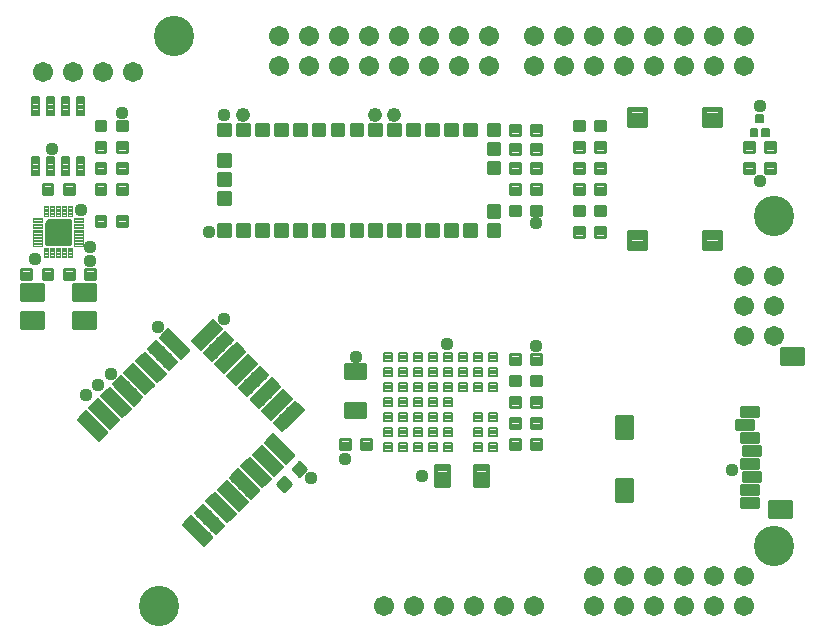
<source format=gts>
G75*
%MOIN*%
%OFA0B0*%
%FSLAX24Y24*%
%IPPOS*%
%LPD*%
%AMOC8*
5,1,8,0,0,1.08239X$1,22.5*
%
%ADD10R,0.0992X0.0035*%
%ADD11R,0.0850X0.0035*%
%ADD12R,0.0744X0.0035*%
%ADD13R,0.1276X0.0035*%
%ADD14R,0.0461X0.0035*%
%ADD15R,0.0425X0.0035*%
%ADD16R,0.0319X0.0035*%
%ADD17R,0.0780X0.0035*%
%ADD18R,0.1028X0.0035*%
%ADD19R,0.0815X0.0035*%
%ADD20R,0.1240X0.0035*%
%ADD21R,0.0496X0.0035*%
%ADD22R,0.0354X0.0035*%
%ADD23R,0.0921X0.0035*%
%ADD24R,0.0886X0.0035*%
%ADD25R,0.1063X0.0035*%
%ADD26R,0.1205X0.0035*%
%ADD27R,0.0531X0.0035*%
%ADD28R,0.1098X0.0035*%
%ADD29R,0.1169X0.0035*%
%ADD30R,0.1134X0.0035*%
%ADD31R,0.0567X0.0035*%
%ADD32R,0.0602X0.0035*%
%ADD33R,0.0638X0.0035*%
%ADD34R,0.0390X0.0035*%
%ADD35R,0.0673X0.0035*%
%ADD36R,0.0709X0.0035*%
%ADD37R,0.1524X0.0035*%
%ADD38R,0.1559X0.0035*%
%ADD39R,0.0957X0.0035*%
%ADD40C,0.0674*%
%ADD41C,0.1340*%
%ADD42C,0.0048*%
%ADD43C,0.0100*%
%ADD44C,0.0118*%
%ADD45C,0.0109*%
%ADD46C,0.0177*%
%ADD47C,0.0099*%
%ADD48C,0.0158*%
%ADD49C,0.0069*%
%ADD50C,0.0083*%
%ADD51C,0.0138*%
%ADD52C,0.0079*%
%ADD53C,0.0437*%
%ADD54C,0.0476*%
D10*
X009022Y012930D03*
X009659Y014312D03*
X022238Y013001D03*
X023585Y013001D03*
D11*
X018695Y014312D03*
X018659Y014276D03*
X018659Y014241D03*
X018624Y014206D03*
X018624Y014170D03*
X018589Y014135D03*
X018589Y014099D03*
X018447Y013780D03*
X018411Y013709D03*
X018411Y013674D03*
X018376Y013639D03*
X018376Y013603D03*
X018341Y013568D03*
X018341Y013532D03*
X018199Y013213D03*
X018163Y013178D03*
X018163Y013143D03*
X018163Y013107D03*
X018128Y013072D03*
X018128Y013036D03*
X018093Y013001D03*
X018093Y012965D03*
X018057Y012930D03*
X017136Y013603D03*
X016215Y014099D03*
X016250Y014170D03*
X016250Y014206D03*
X013026Y014206D03*
X013026Y014170D03*
X012990Y014099D03*
X012990Y014064D03*
X011785Y014170D03*
X011785Y014206D03*
X011750Y014135D03*
X011750Y014099D03*
X011715Y014064D03*
X010829Y014276D03*
X010829Y014312D03*
X010793Y014241D03*
X010793Y014206D03*
X010758Y014170D03*
X010758Y014135D03*
X010722Y014064D03*
X010581Y013745D03*
X010581Y013709D03*
X010545Y013674D03*
X010545Y013639D03*
X010510Y013603D03*
X010510Y013568D03*
X010474Y013532D03*
X010333Y013213D03*
X010333Y013178D03*
X010333Y013143D03*
X010297Y013107D03*
X010297Y013072D03*
X010262Y013036D03*
X010262Y013001D03*
X010226Y012965D03*
X010226Y012930D03*
X011289Y013072D03*
X011325Y013143D03*
X011325Y013178D03*
X011360Y013213D03*
D12*
X011272Y012930D03*
X011874Y014312D03*
X013043Y014312D03*
X013858Y013461D03*
X013823Y013426D03*
X014319Y013674D03*
X014602Y013426D03*
X014638Y013461D03*
X016268Y014312D03*
X017083Y013497D03*
X017047Y013461D03*
X019386Y013532D03*
X019421Y013603D03*
X019492Y013780D03*
X020839Y012930D03*
X022185Y012930D03*
D13*
X024045Y014064D03*
X015648Y012930D03*
X012423Y012930D03*
D14*
X013539Y012930D03*
X014319Y012930D03*
X014319Y012965D03*
X014921Y013639D03*
X014957Y013674D03*
X014992Y013709D03*
X015098Y013851D03*
X015134Y013887D03*
X015169Y013922D03*
X015205Y013957D03*
X015240Y013993D03*
X015346Y014135D03*
X015382Y014170D03*
X015417Y014206D03*
X015453Y014241D03*
X014744Y014312D03*
X014709Y014276D03*
X016764Y012965D03*
X017366Y013639D03*
X017508Y013816D03*
X017543Y013851D03*
X017579Y013887D03*
X017720Y014064D03*
X017756Y014099D03*
X017791Y014135D03*
X017933Y014312D03*
X020307Y014312D03*
X022291Y014028D03*
X023638Y014028D03*
X009535Y013249D03*
D15*
X009907Y013993D03*
X015010Y013745D03*
X015045Y013780D03*
X015081Y013816D03*
X015258Y014028D03*
X015293Y014064D03*
X015329Y014099D03*
X015470Y014276D03*
X015506Y014312D03*
X016746Y012930D03*
X017384Y013674D03*
X017419Y013709D03*
X017455Y013745D03*
X017490Y013780D03*
X017596Y013922D03*
X017632Y013957D03*
X017667Y013993D03*
X017703Y014028D03*
X017809Y014170D03*
X017844Y014206D03*
X017880Y014241D03*
X017915Y014276D03*
X020573Y013284D03*
X021423Y013284D03*
X021919Y013284D03*
X022770Y013284D03*
X023089Y013993D03*
X024435Y013993D03*
D16*
X024382Y013780D03*
X024346Y013709D03*
X024311Y013639D03*
X024240Y013461D03*
X024205Y013391D03*
X023496Y013851D03*
X023461Y013780D03*
X023425Y013709D03*
X023390Y013603D03*
X023354Y013532D03*
X023319Y013461D03*
X022965Y013639D03*
X022929Y013568D03*
X022894Y013497D03*
X023035Y013816D03*
X023071Y013887D03*
X023531Y013922D03*
X022114Y013780D03*
X022079Y013709D03*
X022043Y013639D03*
X022008Y013568D03*
X021972Y013461D03*
X021937Y013391D03*
X021547Y013497D03*
X021512Y013426D03*
X021476Y013355D03*
X021618Y013674D03*
X021654Y013745D03*
X021689Y013816D03*
X020803Y013887D03*
X020768Y013816D03*
X020732Y013745D03*
X020697Y013639D03*
X020661Y013568D03*
X020626Y013497D03*
X020236Y013745D03*
X020272Y013816D03*
X020307Y013887D03*
X020165Y013568D03*
X020130Y013497D03*
X020059Y013320D03*
X020024Y013249D03*
X019988Y013178D03*
X019917Y013001D03*
X019882Y012930D03*
X015913Y013780D03*
X015878Y013745D03*
X015843Y013709D03*
X015807Y013674D03*
X015772Y013639D03*
X015736Y013568D03*
X015701Y013532D03*
X015665Y013497D03*
X015630Y013461D03*
X015594Y013426D03*
X015559Y013391D03*
X015524Y013355D03*
X015524Y013320D03*
X015488Y013284D03*
X015453Y013249D03*
X012689Y013780D03*
X012654Y013745D03*
X012618Y013709D03*
X012583Y013674D03*
X012547Y013603D03*
X012512Y013568D03*
X012476Y013532D03*
X012441Y013497D03*
X012406Y013461D03*
X012370Y013426D03*
X012335Y013391D03*
X012335Y013355D03*
X012299Y013320D03*
X012264Y013284D03*
D17*
X017100Y013532D03*
X019368Y013497D03*
X019404Y013568D03*
X019439Y013639D03*
X019439Y013674D03*
X019474Y013709D03*
X019474Y013745D03*
X021459Y014312D03*
X022805Y014312D03*
X024152Y014312D03*
X023549Y012930D03*
D18*
X024134Y014241D03*
X021406Y014241D03*
X020874Y013001D03*
X009075Y012965D03*
D19*
X010598Y013780D03*
X010740Y014099D03*
X011803Y014241D03*
X011839Y014276D03*
X013043Y014276D03*
X013043Y014241D03*
X011307Y013107D03*
X011272Y013036D03*
X011272Y013001D03*
X011272Y012965D03*
X016268Y014241D03*
X016268Y014276D03*
X017118Y013568D03*
X018429Y013745D03*
X018571Y014064D03*
D20*
X020945Y013213D03*
X020945Y013178D03*
X021335Y014064D03*
X021370Y014135D03*
X022327Y013213D03*
X022291Y013178D03*
X022681Y014064D03*
X022717Y014099D03*
X023673Y013213D03*
X023638Y013143D03*
X024063Y014099D03*
X015665Y012965D03*
X012476Y013001D03*
X012441Y012965D03*
D21*
X013557Y012965D03*
X013593Y013001D03*
X013593Y013036D03*
X014337Y013001D03*
X014372Y013036D03*
X014620Y014135D03*
X014656Y014206D03*
X014691Y014241D03*
X013167Y014028D03*
X016392Y014028D03*
X016781Y013001D03*
X020608Y013249D03*
X021352Y013249D03*
X021955Y013249D03*
X022699Y013249D03*
X023301Y013249D03*
X024081Y013249D03*
X024400Y014028D03*
X023053Y014028D03*
X021707Y014028D03*
X020927Y014028D03*
D22*
X020856Y013957D03*
X020821Y013922D03*
X020785Y013851D03*
X020750Y013780D03*
X020715Y013709D03*
X020715Y013674D03*
X020679Y013603D03*
X020644Y013532D03*
X020608Y013461D03*
X020608Y013426D03*
X020573Y013391D03*
X020573Y013355D03*
X020573Y013320D03*
X020219Y013674D03*
X020219Y013709D03*
X020183Y013639D03*
X020183Y013603D03*
X020148Y013532D03*
X020112Y013461D03*
X020112Y013426D03*
X020077Y013391D03*
X020077Y013355D03*
X020041Y013284D03*
X020006Y013213D03*
X019970Y013143D03*
X019970Y013107D03*
X019935Y013072D03*
X019935Y013036D03*
X019900Y012965D03*
X020254Y013780D03*
X020289Y013851D03*
X020325Y013922D03*
X020325Y013957D03*
X020360Y013993D03*
X020360Y014028D03*
X021565Y013568D03*
X021565Y013532D03*
X021530Y013461D03*
X021494Y013391D03*
X021459Y013320D03*
X021600Y013603D03*
X021600Y013639D03*
X021636Y013709D03*
X021671Y013780D03*
X021707Y013851D03*
X021707Y013887D03*
X021742Y013922D03*
X022096Y013745D03*
X022061Y013674D03*
X022026Y013603D03*
X021990Y013532D03*
X021990Y013497D03*
X021955Y013426D03*
X021919Y013355D03*
X021919Y013320D03*
X022132Y013816D03*
X022132Y013851D03*
X022167Y013887D03*
X022167Y013922D03*
X022203Y013957D03*
X022841Y013391D03*
X022841Y013355D03*
X022805Y013320D03*
X022876Y013426D03*
X022876Y013461D03*
X022911Y013532D03*
X022947Y013603D03*
X022982Y013674D03*
X022982Y013709D03*
X023018Y013745D03*
X023018Y013780D03*
X023053Y013851D03*
X023089Y013922D03*
X023089Y013957D03*
X023443Y013745D03*
X023478Y013816D03*
X023514Y013887D03*
X023549Y013957D03*
X023407Y013674D03*
X023407Y013639D03*
X023372Y013568D03*
X023337Y013497D03*
X023301Y013426D03*
X023301Y013391D03*
X023266Y013355D03*
X024152Y013320D03*
X024187Y013355D03*
X024222Y013426D03*
X024258Y013497D03*
X024258Y013532D03*
X024293Y013568D03*
X024293Y013603D03*
X024329Y013674D03*
X024364Y013745D03*
X024400Y013816D03*
X024400Y013851D03*
X024435Y013887D03*
X024435Y013922D03*
X024435Y013957D03*
X018057Y013461D03*
X018057Y013426D03*
X018022Y013355D03*
X017986Y013284D03*
X016959Y013745D03*
X016959Y013780D03*
X016994Y013851D03*
X016994Y013887D03*
X016994Y013922D03*
X017030Y013957D03*
X017030Y013993D03*
X017030Y014028D03*
X017065Y014064D03*
X017065Y014099D03*
X017065Y014135D03*
X017100Y014170D03*
X017100Y014206D03*
X017100Y014241D03*
X017136Y014312D03*
X016427Y013957D03*
X016427Y013922D03*
X016392Y013887D03*
X016392Y013851D03*
X016392Y013816D03*
X016356Y013780D03*
X016356Y013745D03*
X016356Y013709D03*
X016321Y013674D03*
X016321Y013639D03*
X016321Y013603D03*
X016285Y013532D03*
X016285Y013497D03*
X016250Y013426D03*
X016250Y013391D03*
X016250Y013355D03*
X016215Y013320D03*
X016215Y013284D03*
X015754Y013603D03*
X016923Y013639D03*
X016923Y013674D03*
X013911Y014241D03*
X013911Y014276D03*
X013911Y014312D03*
X013876Y014206D03*
X013876Y014170D03*
X013876Y014135D03*
X013841Y014064D03*
X013841Y014028D03*
X013805Y013957D03*
X013805Y013922D03*
X013770Y013851D03*
X013770Y013816D03*
X013770Y013780D03*
X013734Y013745D03*
X013734Y013709D03*
X013734Y013674D03*
X013699Y013639D03*
X013699Y013603D03*
X013167Y013816D03*
X013167Y013851D03*
X013203Y013922D03*
X013203Y013957D03*
X013132Y013745D03*
X013132Y013709D03*
X013096Y013639D03*
X013096Y013603D03*
X013096Y013568D03*
X013061Y013532D03*
X013061Y013497D03*
X013061Y013461D03*
X013026Y013426D03*
X013026Y013391D03*
X013026Y013355D03*
X012990Y013320D03*
X012990Y013284D03*
X012565Y013639D03*
X012246Y013249D03*
X011325Y013674D03*
X011360Y013745D03*
X011360Y013780D03*
X011289Y013603D03*
X011254Y013532D03*
X011219Y013461D03*
X011219Y013426D03*
X011183Y013355D03*
X011148Y013284D03*
X010226Y013461D03*
X010191Y013391D03*
X010156Y013320D03*
X009695Y013461D03*
X009695Y013497D03*
X009730Y013568D03*
X009766Y013639D03*
X009801Y013709D03*
X009837Y013780D03*
X009837Y013816D03*
X009872Y013887D03*
X009659Y013391D03*
X009057Y013674D03*
X009057Y013709D03*
X009093Y013780D03*
X009022Y013603D03*
X008986Y013532D03*
X008951Y013461D03*
X008915Y013391D03*
X008915Y013355D03*
X008880Y013284D03*
D23*
X020856Y012965D03*
X022203Y012965D03*
X021423Y014276D03*
X024152Y014276D03*
D24*
X023567Y012965D03*
X016232Y014135D03*
X016197Y014064D03*
X013008Y014135D03*
D25*
X009659Y014241D03*
X009659Y014276D03*
X009128Y013036D03*
X009093Y013001D03*
X020892Y013036D03*
X022238Y013036D03*
X022770Y014241D03*
D26*
X022734Y014135D03*
X022274Y013143D03*
X022274Y013107D03*
X020927Y013143D03*
X021352Y014099D03*
X023656Y013178D03*
X024081Y014135D03*
X015719Y013036D03*
X015683Y013001D03*
X014514Y013603D03*
X012494Y013036D03*
D27*
X013610Y013072D03*
X013646Y013107D03*
X014390Y013072D03*
X014602Y014099D03*
X014638Y014170D03*
X016799Y013036D03*
X016835Y013072D03*
D28*
X015807Y013213D03*
X012583Y013213D03*
X009642Y014170D03*
X009642Y014206D03*
X009606Y014135D03*
X009606Y014099D03*
X009217Y013213D03*
X009181Y013178D03*
X009181Y013143D03*
X009146Y013072D03*
X021406Y014206D03*
X022752Y014206D03*
X023602Y013036D03*
X024098Y014206D03*
D29*
X024098Y014170D03*
X023638Y013107D03*
X022752Y014170D03*
X021370Y014170D03*
X020909Y013107D03*
X015772Y013143D03*
X015736Y013107D03*
X015736Y013072D03*
X012547Y013143D03*
X012512Y013072D03*
D30*
X012530Y013107D03*
X012565Y013178D03*
X009589Y014064D03*
X009163Y013107D03*
X015789Y013178D03*
X020892Y013072D03*
X022274Y013072D03*
X023620Y013072D03*
D31*
X020325Y014241D03*
X020325Y014276D03*
X020254Y014064D03*
X016888Y013178D03*
X016852Y013107D03*
X014585Y014064D03*
X014549Y014028D03*
X014443Y013143D03*
X014407Y013107D03*
X013663Y013143D03*
X009837Y014028D03*
D32*
X013681Y013178D03*
X014461Y013178D03*
X014496Y013249D03*
X014461Y013887D03*
X014496Y013957D03*
X014531Y013993D03*
X016870Y013143D03*
X016906Y013213D03*
X020272Y014099D03*
X020272Y014135D03*
X020307Y014170D03*
X020307Y014206D03*
D33*
X016959Y013284D03*
X016923Y013249D03*
X014514Y013284D03*
X014478Y013213D03*
X014443Y013851D03*
X014478Y013922D03*
X013734Y013284D03*
X013734Y013249D03*
X013699Y013213D03*
D34*
X013787Y013887D03*
X013823Y013993D03*
X013858Y014099D03*
X013220Y013993D03*
X013185Y013887D03*
X013150Y013780D03*
X013114Y013674D03*
X012972Y013249D03*
X011343Y013709D03*
X011307Y013639D03*
X011272Y013568D03*
X011236Y013497D03*
X011201Y013391D03*
X011165Y013320D03*
X011130Y013249D03*
X010244Y013497D03*
X010209Y013426D03*
X010173Y013355D03*
X010138Y013284D03*
X010138Y013249D03*
X009677Y013426D03*
X009642Y013355D03*
X009606Y013320D03*
X009606Y013284D03*
X009713Y013532D03*
X009748Y013603D03*
X009783Y013674D03*
X009819Y013745D03*
X009854Y013851D03*
X009890Y013922D03*
X009890Y013957D03*
X009075Y013745D03*
X009039Y013639D03*
X009004Y013568D03*
X008969Y013497D03*
X008933Y013426D03*
X008898Y013320D03*
X008862Y013249D03*
X016197Y013249D03*
X016268Y013461D03*
X016303Y013568D03*
X016409Y013993D03*
X016976Y013816D03*
X016941Y013709D03*
X017118Y014276D03*
X018075Y013497D03*
X018039Y013391D03*
X018004Y013320D03*
X017969Y013249D03*
X020874Y013993D03*
X021724Y013993D03*
X021724Y013957D03*
X022220Y013993D03*
X023283Y013320D03*
X023283Y013284D03*
X023567Y013993D03*
X024134Y013284D03*
D35*
X016976Y013320D03*
X014567Y013355D03*
X014531Y013320D03*
X014390Y013780D03*
X014425Y013816D03*
X013787Y013355D03*
X013752Y013320D03*
D36*
X013805Y013391D03*
X014301Y013639D03*
X014337Y013709D03*
X014372Y013745D03*
X014585Y013391D03*
X016994Y013355D03*
X017030Y013391D03*
X017030Y013426D03*
D37*
X014248Y013497D03*
D38*
X014266Y013532D03*
X014301Y013568D03*
D39*
X022787Y014276D03*
D40*
X025500Y014300D03*
X025500Y013300D03*
X025500Y012300D03*
X026500Y012300D03*
X026500Y013300D03*
X026500Y014300D03*
X025500Y021300D03*
X024500Y021300D03*
X023500Y021300D03*
X023500Y022300D03*
X024500Y022300D03*
X025500Y022300D03*
X022500Y022300D03*
X021500Y022300D03*
X020500Y022300D03*
X020500Y021300D03*
X021500Y021300D03*
X022500Y021300D03*
X019500Y021300D03*
X018500Y021300D03*
X018500Y022300D03*
X019500Y022300D03*
X017000Y022300D03*
X017000Y021300D03*
X016000Y021300D03*
X015000Y021300D03*
X014000Y021300D03*
X014000Y022300D03*
X015000Y022300D03*
X016000Y022300D03*
X013000Y022300D03*
X012000Y022300D03*
X011000Y022300D03*
X011000Y021300D03*
X012000Y021300D03*
X013000Y021300D03*
X010000Y021300D03*
X010000Y022300D03*
X005118Y021080D03*
X004118Y021080D03*
X003118Y021080D03*
X002118Y021080D03*
X020500Y004300D03*
X021500Y004300D03*
X022500Y004300D03*
X022500Y003300D03*
X021500Y003300D03*
X020500Y003300D03*
X018500Y003300D03*
X017500Y003300D03*
X016500Y003300D03*
X015500Y003300D03*
X014500Y003300D03*
X013500Y003300D03*
X023500Y003300D03*
X024500Y003300D03*
X025500Y003300D03*
X025500Y004300D03*
X024500Y004300D03*
X023500Y004300D03*
D41*
X006000Y003300D03*
X026500Y005300D03*
X026500Y016300D03*
X006500Y022300D03*
D42*
X003091Y016300D02*
X002949Y016300D01*
X002949Y016608D01*
X003091Y016608D01*
X003091Y016300D01*
X003091Y016347D02*
X002949Y016347D01*
X002949Y016394D02*
X003091Y016394D01*
X003091Y016441D02*
X002949Y016441D01*
X002949Y016488D02*
X003091Y016488D01*
X003091Y016535D02*
X002949Y016535D01*
X002949Y016582D02*
X003091Y016582D01*
X002894Y016300D02*
X002752Y016300D01*
X002752Y016608D01*
X002894Y016608D01*
X002894Y016300D01*
X002894Y016347D02*
X002752Y016347D01*
X002752Y016394D02*
X002894Y016394D01*
X002894Y016441D02*
X002752Y016441D01*
X002752Y016488D02*
X002894Y016488D01*
X002894Y016535D02*
X002752Y016535D01*
X002752Y016582D02*
X002894Y016582D01*
X002697Y016300D02*
X002555Y016300D01*
X002555Y016608D01*
X002697Y016608D01*
X002697Y016300D01*
X002697Y016347D02*
X002555Y016347D01*
X002555Y016394D02*
X002697Y016394D01*
X002697Y016441D02*
X002555Y016441D01*
X002555Y016488D02*
X002697Y016488D01*
X002697Y016535D02*
X002555Y016535D01*
X002555Y016582D02*
X002697Y016582D01*
X002500Y016300D02*
X002358Y016300D01*
X002358Y016608D01*
X002500Y016608D01*
X002500Y016300D01*
X002500Y016347D02*
X002358Y016347D01*
X002358Y016394D02*
X002500Y016394D01*
X002500Y016441D02*
X002358Y016441D01*
X002358Y016488D02*
X002500Y016488D01*
X002500Y016535D02*
X002358Y016535D01*
X002358Y016582D02*
X002500Y016582D01*
X002303Y016300D02*
X002161Y016300D01*
X002161Y016608D01*
X002303Y016608D01*
X002303Y016300D01*
X002303Y016347D02*
X002161Y016347D01*
X002161Y016394D02*
X002303Y016394D01*
X002303Y016441D02*
X002161Y016441D01*
X002161Y016488D02*
X002303Y016488D01*
X002303Y016535D02*
X002161Y016535D01*
X002161Y016582D02*
X002303Y016582D01*
X002091Y016229D02*
X002091Y016087D01*
X001783Y016087D01*
X001783Y016229D01*
X002091Y016229D01*
X002091Y016134D02*
X001783Y016134D01*
X001783Y016181D02*
X002091Y016181D01*
X002091Y016228D02*
X001783Y016228D01*
X002091Y016032D02*
X002091Y015890D01*
X001783Y015890D01*
X001783Y016032D01*
X002091Y016032D01*
X002091Y015937D02*
X001783Y015937D01*
X001783Y015984D02*
X002091Y015984D01*
X002091Y016031D02*
X001783Y016031D01*
X002091Y015836D02*
X002091Y015694D01*
X001783Y015694D01*
X001783Y015836D01*
X002091Y015836D01*
X002091Y015741D02*
X001783Y015741D01*
X001783Y015788D02*
X002091Y015788D01*
X002091Y015835D02*
X001783Y015835D01*
X002091Y015639D02*
X002091Y015497D01*
X001783Y015497D01*
X001783Y015639D01*
X002091Y015639D01*
X002091Y015544D02*
X001783Y015544D01*
X001783Y015591D02*
X002091Y015591D01*
X002091Y015638D02*
X001783Y015638D01*
X002091Y015442D02*
X002091Y015300D01*
X001783Y015300D01*
X001783Y015442D01*
X002091Y015442D01*
X002091Y015347D02*
X001783Y015347D01*
X001783Y015394D02*
X002091Y015394D01*
X002091Y015441D02*
X001783Y015441D01*
X002161Y015230D02*
X002303Y015230D01*
X002303Y014922D01*
X002161Y014922D01*
X002161Y015230D01*
X002161Y014969D02*
X002303Y014969D01*
X002303Y015016D02*
X002161Y015016D01*
X002161Y015063D02*
X002303Y015063D01*
X002303Y015110D02*
X002161Y015110D01*
X002161Y015157D02*
X002303Y015157D01*
X002303Y015204D02*
X002161Y015204D01*
X002358Y015230D02*
X002500Y015230D01*
X002500Y014922D01*
X002358Y014922D01*
X002358Y015230D01*
X002358Y014969D02*
X002500Y014969D01*
X002500Y015016D02*
X002358Y015016D01*
X002358Y015063D02*
X002500Y015063D01*
X002500Y015110D02*
X002358Y015110D01*
X002358Y015157D02*
X002500Y015157D01*
X002500Y015204D02*
X002358Y015204D01*
X002555Y015230D02*
X002697Y015230D01*
X002697Y014922D01*
X002555Y014922D01*
X002555Y015230D01*
X002555Y014969D02*
X002697Y014969D01*
X002697Y015016D02*
X002555Y015016D01*
X002555Y015063D02*
X002697Y015063D01*
X002697Y015110D02*
X002555Y015110D01*
X002555Y015157D02*
X002697Y015157D01*
X002697Y015204D02*
X002555Y015204D01*
X002752Y015230D02*
X002894Y015230D01*
X002894Y014922D01*
X002752Y014922D01*
X002752Y015230D01*
X002752Y014969D02*
X002894Y014969D01*
X002894Y015016D02*
X002752Y015016D01*
X002752Y015063D02*
X002894Y015063D01*
X002894Y015110D02*
X002752Y015110D01*
X002752Y015157D02*
X002894Y015157D01*
X002894Y015204D02*
X002752Y015204D01*
X002949Y015230D02*
X003091Y015230D01*
X003091Y014922D01*
X002949Y014922D01*
X002949Y015230D01*
X002949Y014969D02*
X003091Y014969D01*
X003091Y015016D02*
X002949Y015016D01*
X002949Y015063D02*
X003091Y015063D01*
X003091Y015110D02*
X002949Y015110D01*
X002949Y015157D02*
X003091Y015157D01*
X003091Y015204D02*
X002949Y015204D01*
X003161Y015300D02*
X003161Y015442D01*
X003469Y015442D01*
X003469Y015300D01*
X003161Y015300D01*
X003161Y015347D02*
X003469Y015347D01*
X003469Y015394D02*
X003161Y015394D01*
X003161Y015441D02*
X003469Y015441D01*
X003161Y015497D02*
X003161Y015639D01*
X003469Y015639D01*
X003469Y015497D01*
X003161Y015497D01*
X003161Y015544D02*
X003469Y015544D01*
X003469Y015591D02*
X003161Y015591D01*
X003161Y015638D02*
X003469Y015638D01*
X003161Y015694D02*
X003161Y015836D01*
X003469Y015836D01*
X003469Y015694D01*
X003161Y015694D01*
X003161Y015741D02*
X003469Y015741D01*
X003469Y015788D02*
X003161Y015788D01*
X003161Y015835D02*
X003469Y015835D01*
X003161Y015890D02*
X003161Y016032D01*
X003469Y016032D01*
X003469Y015890D01*
X003161Y015890D01*
X003161Y015937D02*
X003469Y015937D01*
X003469Y015984D02*
X003161Y015984D01*
X003161Y016031D02*
X003469Y016031D01*
X003161Y016087D02*
X003161Y016229D01*
X003469Y016229D01*
X003469Y016087D01*
X003161Y016087D01*
X003161Y016134D02*
X003469Y016134D01*
X003469Y016181D02*
X003161Y016181D01*
X003161Y016228D02*
X003469Y016228D01*
D43*
X003020Y016158D02*
X003020Y015371D01*
X002232Y015371D01*
X002232Y016060D01*
X002331Y016158D01*
X003020Y016158D01*
X003020Y016090D02*
X002262Y016090D01*
X002232Y015992D02*
X003020Y015992D01*
X003020Y015893D02*
X002232Y015893D01*
X002232Y015795D02*
X003020Y015795D01*
X003020Y015696D02*
X002232Y015696D01*
X002232Y015598D02*
X003020Y015598D01*
X003020Y015499D02*
X002232Y015499D01*
X002232Y015401D02*
X003020Y015401D01*
D44*
X006042Y012231D02*
X006294Y012483D01*
X006962Y011815D01*
X006710Y011563D01*
X006042Y012231D01*
X006593Y011680D02*
X006827Y011680D01*
X006944Y011797D02*
X006476Y011797D01*
X006359Y011914D02*
X006863Y011914D01*
X006746Y012031D02*
X006242Y012031D01*
X006125Y012148D02*
X006629Y012148D01*
X006512Y012265D02*
X006076Y012265D01*
X006193Y012382D02*
X006395Y012382D01*
X005904Y012093D02*
X005652Y011841D01*
X005904Y012093D02*
X006572Y011425D01*
X006320Y011173D01*
X005652Y011841D01*
X006203Y011290D02*
X006437Y011290D01*
X006554Y011407D02*
X006086Y011407D01*
X005969Y011524D02*
X006473Y011524D01*
X006356Y011641D02*
X005852Y011641D01*
X005735Y011758D02*
X006239Y011758D01*
X006122Y011875D02*
X005686Y011875D01*
X005803Y011992D02*
X006005Y011992D01*
X005515Y011703D02*
X005263Y011451D01*
X005515Y011703D02*
X006183Y011035D01*
X005931Y010783D01*
X005263Y011451D01*
X005814Y010900D02*
X006048Y010900D01*
X006165Y011017D02*
X005697Y011017D01*
X005580Y011134D02*
X006084Y011134D01*
X005967Y011251D02*
X005463Y011251D01*
X005346Y011368D02*
X005850Y011368D01*
X005733Y011485D02*
X005297Y011485D01*
X005414Y011602D02*
X005616Y011602D01*
X005125Y011314D02*
X004873Y011062D01*
X005125Y011314D02*
X005793Y010646D01*
X005541Y010394D01*
X004873Y011062D01*
X005424Y010511D02*
X005658Y010511D01*
X005775Y010628D02*
X005307Y010628D01*
X005190Y010745D02*
X005694Y010745D01*
X005577Y010862D02*
X005073Y010862D01*
X004956Y010979D02*
X005460Y010979D01*
X005343Y011096D02*
X004907Y011096D01*
X005024Y011213D02*
X005226Y011213D01*
X004735Y010924D02*
X004483Y010672D01*
X004735Y010924D02*
X005403Y010256D01*
X005151Y010004D01*
X004483Y010672D01*
X005034Y010121D02*
X005268Y010121D01*
X005385Y010238D02*
X004917Y010238D01*
X004800Y010355D02*
X005304Y010355D01*
X005187Y010472D02*
X004683Y010472D01*
X004566Y010589D02*
X005070Y010589D01*
X004953Y010706D02*
X004517Y010706D01*
X004634Y010823D02*
X004836Y010823D01*
X004345Y010534D02*
X004093Y010282D01*
X004345Y010534D02*
X005013Y009866D01*
X004761Y009614D01*
X004093Y010282D01*
X004644Y009731D02*
X004878Y009731D01*
X004995Y009848D02*
X004527Y009848D01*
X004410Y009965D02*
X004914Y009965D01*
X004797Y010082D02*
X004293Y010082D01*
X004176Y010199D02*
X004680Y010199D01*
X004563Y010316D02*
X004127Y010316D01*
X004244Y010433D02*
X004446Y010433D01*
X003956Y010144D02*
X003704Y009892D01*
X003956Y010144D02*
X004624Y009476D01*
X004372Y009224D01*
X003704Y009892D01*
X004255Y009341D02*
X004489Y009341D01*
X004606Y009458D02*
X004138Y009458D01*
X004021Y009575D02*
X004525Y009575D01*
X004408Y009692D02*
X003904Y009692D01*
X003787Y009809D02*
X004291Y009809D01*
X004174Y009926D02*
X003738Y009926D01*
X003855Y010043D02*
X004057Y010043D01*
X003566Y009755D02*
X003314Y009503D01*
X003566Y009755D02*
X004234Y009087D01*
X003982Y008835D01*
X003314Y009503D01*
X003865Y008952D02*
X004099Y008952D01*
X004216Y009069D02*
X003748Y009069D01*
X003631Y009186D02*
X004135Y009186D01*
X004018Y009303D02*
X003514Y009303D01*
X003397Y009420D02*
X003901Y009420D01*
X003784Y009537D02*
X003348Y009537D01*
X003465Y009654D02*
X003667Y009654D01*
X007128Y012121D02*
X007380Y011869D01*
X007128Y012121D02*
X007796Y012789D01*
X008048Y012537D01*
X007380Y011869D01*
X007497Y011986D02*
X007263Y011986D01*
X007146Y012103D02*
X007614Y012103D01*
X007731Y012220D02*
X007227Y012220D01*
X007344Y012337D02*
X007848Y012337D01*
X007965Y012454D02*
X007461Y012454D01*
X007578Y012571D02*
X008014Y012571D01*
X007897Y012688D02*
X007695Y012688D01*
X007517Y011731D02*
X007769Y011479D01*
X007517Y011731D02*
X008185Y012399D01*
X008437Y012147D01*
X007769Y011479D01*
X007886Y011596D02*
X007652Y011596D01*
X007535Y011713D02*
X008003Y011713D01*
X008120Y011830D02*
X007616Y011830D01*
X007733Y011947D02*
X008237Y011947D01*
X008354Y012064D02*
X007850Y012064D01*
X007967Y012181D02*
X008403Y012181D01*
X008286Y012298D02*
X008084Y012298D01*
X007907Y011342D02*
X008159Y011090D01*
X007907Y011342D02*
X008575Y012010D01*
X008827Y011758D01*
X008159Y011090D01*
X008276Y011207D02*
X008042Y011207D01*
X007925Y011324D02*
X008393Y011324D01*
X008510Y011441D02*
X008006Y011441D01*
X008123Y011558D02*
X008627Y011558D01*
X008744Y011675D02*
X008240Y011675D01*
X008357Y011792D02*
X008793Y011792D01*
X008676Y011909D02*
X008474Y011909D01*
X008297Y010952D02*
X008549Y010700D01*
X008297Y010952D02*
X008965Y011620D01*
X009217Y011368D01*
X008549Y010700D01*
X008666Y010817D02*
X008432Y010817D01*
X008315Y010934D02*
X008783Y010934D01*
X008900Y011051D02*
X008396Y011051D01*
X008513Y011168D02*
X009017Y011168D01*
X009134Y011285D02*
X008630Y011285D01*
X008747Y011402D02*
X009183Y011402D01*
X009066Y011519D02*
X008864Y011519D01*
X008687Y010562D02*
X008939Y010310D01*
X008687Y010562D02*
X009355Y011230D01*
X009607Y010978D01*
X008939Y010310D01*
X009056Y010427D02*
X008822Y010427D01*
X008705Y010544D02*
X009173Y010544D01*
X009290Y010661D02*
X008786Y010661D01*
X008903Y010778D02*
X009407Y010778D01*
X009524Y010895D02*
X009020Y010895D01*
X009137Y011012D02*
X009573Y011012D01*
X009456Y011129D02*
X009254Y011129D01*
X009076Y010172D02*
X009328Y009920D01*
X009076Y010172D02*
X009744Y010840D01*
X009996Y010588D01*
X009328Y009920D01*
X009445Y010037D02*
X009211Y010037D01*
X009094Y010154D02*
X009562Y010154D01*
X009679Y010271D02*
X009175Y010271D01*
X009292Y010388D02*
X009796Y010388D01*
X009913Y010505D02*
X009409Y010505D01*
X009526Y010622D02*
X009962Y010622D01*
X009845Y010739D02*
X009643Y010739D01*
X009466Y009783D02*
X009718Y009531D01*
X009466Y009783D02*
X010134Y010451D01*
X010386Y010199D01*
X009718Y009531D01*
X009835Y009648D02*
X009601Y009648D01*
X009484Y009765D02*
X009952Y009765D01*
X010069Y009882D02*
X009565Y009882D01*
X009682Y009999D02*
X010186Y009999D01*
X010303Y010116D02*
X009799Y010116D01*
X009916Y010233D02*
X010352Y010233D01*
X010235Y010350D02*
X010033Y010350D01*
X009856Y009393D02*
X010108Y009141D01*
X009856Y009393D02*
X010524Y010061D01*
X010776Y009809D01*
X010108Y009141D01*
X010225Y009258D02*
X009991Y009258D01*
X009874Y009375D02*
X010342Y009375D01*
X010459Y009492D02*
X009955Y009492D01*
X010072Y009609D02*
X010576Y009609D01*
X010693Y009726D02*
X010189Y009726D01*
X010306Y009843D02*
X010742Y009843D01*
X010625Y009960D02*
X010423Y009960D01*
X009802Y008975D02*
X009550Y008723D01*
X009802Y008975D02*
X010470Y008307D01*
X010218Y008055D01*
X009550Y008723D01*
X010101Y008172D02*
X010335Y008172D01*
X010452Y008289D02*
X009984Y008289D01*
X009867Y008406D02*
X010371Y008406D01*
X010254Y008523D02*
X009750Y008523D01*
X009633Y008640D02*
X010137Y008640D01*
X010020Y008757D02*
X009584Y008757D01*
X009701Y008874D02*
X009903Y008874D01*
X009412Y008585D02*
X009160Y008333D01*
X009412Y008585D02*
X010080Y007917D01*
X009828Y007665D01*
X009160Y008333D01*
X009711Y007782D02*
X009945Y007782D01*
X010062Y007899D02*
X009594Y007899D01*
X009477Y008016D02*
X009981Y008016D01*
X009864Y008133D02*
X009360Y008133D01*
X009243Y008250D02*
X009747Y008250D01*
X009630Y008367D02*
X009194Y008367D01*
X009311Y008484D02*
X009513Y008484D01*
X009022Y008196D02*
X008770Y007944D01*
X009022Y008196D02*
X009690Y007528D01*
X009438Y007276D01*
X008770Y007944D01*
X009321Y007393D02*
X009555Y007393D01*
X009672Y007510D02*
X009204Y007510D01*
X009087Y007627D02*
X009591Y007627D01*
X009474Y007744D02*
X008970Y007744D01*
X008853Y007861D02*
X009357Y007861D01*
X009240Y007978D02*
X008804Y007978D01*
X008921Y008095D02*
X009123Y008095D01*
X008632Y007806D02*
X008380Y007554D01*
X008632Y007806D02*
X009300Y007138D01*
X009048Y006886D01*
X008380Y007554D01*
X008931Y007003D02*
X009165Y007003D01*
X009282Y007120D02*
X008814Y007120D01*
X008697Y007237D02*
X009201Y007237D01*
X009084Y007354D02*
X008580Y007354D01*
X008463Y007471D02*
X008967Y007471D01*
X008850Y007588D02*
X008414Y007588D01*
X008531Y007705D02*
X008733Y007705D01*
X008243Y007416D02*
X007991Y007164D01*
X008243Y007416D02*
X008911Y006748D01*
X008659Y006496D01*
X007991Y007164D01*
X008542Y006613D02*
X008776Y006613D01*
X008893Y006730D02*
X008425Y006730D01*
X008308Y006847D02*
X008812Y006847D01*
X008695Y006964D02*
X008191Y006964D01*
X008074Y007081D02*
X008578Y007081D01*
X008461Y007198D02*
X008025Y007198D01*
X008142Y007315D02*
X008344Y007315D01*
X007853Y007026D02*
X007601Y006774D01*
X007853Y007026D02*
X008521Y006358D01*
X008269Y006106D01*
X007601Y006774D01*
X008152Y006223D02*
X008386Y006223D01*
X008503Y006340D02*
X008035Y006340D01*
X007918Y006457D02*
X008422Y006457D01*
X008305Y006574D02*
X007801Y006574D01*
X007684Y006691D02*
X008188Y006691D01*
X008071Y006808D02*
X007635Y006808D01*
X007752Y006925D02*
X007954Y006925D01*
X007463Y006637D02*
X007211Y006385D01*
X007463Y006637D02*
X008131Y005969D01*
X007879Y005717D01*
X007211Y006385D01*
X007762Y005834D02*
X007996Y005834D01*
X008113Y005951D02*
X007645Y005951D01*
X007528Y006068D02*
X008032Y006068D01*
X007915Y006185D02*
X007411Y006185D01*
X007294Y006302D02*
X007798Y006302D01*
X007681Y006419D02*
X007245Y006419D01*
X007362Y006536D02*
X007564Y006536D01*
X007073Y006247D02*
X006821Y005995D01*
X007073Y006247D02*
X007741Y005579D01*
X007489Y005327D01*
X006821Y005995D01*
X007372Y005444D02*
X007606Y005444D01*
X007723Y005561D02*
X007255Y005561D01*
X007138Y005678D02*
X007642Y005678D01*
X007525Y005795D02*
X007021Y005795D01*
X006904Y005912D02*
X007408Y005912D01*
X007291Y006029D02*
X006855Y006029D01*
X006972Y006146D02*
X007174Y006146D01*
X007999Y015626D02*
X008355Y015626D01*
X007999Y015626D02*
X007999Y015982D01*
X008355Y015982D01*
X008355Y015626D01*
X008355Y015743D02*
X007999Y015743D01*
X007999Y015860D02*
X008355Y015860D01*
X008355Y015977D02*
X007999Y015977D01*
X008629Y015626D02*
X008985Y015626D01*
X008629Y015626D02*
X008629Y015982D01*
X008985Y015982D01*
X008985Y015626D01*
X008985Y015743D02*
X008629Y015743D01*
X008629Y015860D02*
X008985Y015860D01*
X008985Y015977D02*
X008629Y015977D01*
X009259Y015626D02*
X009615Y015626D01*
X009259Y015626D02*
X009259Y015982D01*
X009615Y015982D01*
X009615Y015626D01*
X009615Y015743D02*
X009259Y015743D01*
X009259Y015860D02*
X009615Y015860D01*
X009615Y015977D02*
X009259Y015977D01*
X009889Y015626D02*
X010245Y015626D01*
X009889Y015626D02*
X009889Y015982D01*
X010245Y015982D01*
X010245Y015626D01*
X010245Y015743D02*
X009889Y015743D01*
X009889Y015860D02*
X010245Y015860D01*
X010245Y015977D02*
X009889Y015977D01*
X010519Y015626D02*
X010875Y015626D01*
X010519Y015626D02*
X010519Y015982D01*
X010875Y015982D01*
X010875Y015626D01*
X010875Y015743D02*
X010519Y015743D01*
X010519Y015860D02*
X010875Y015860D01*
X010875Y015977D02*
X010519Y015977D01*
X011149Y015626D02*
X011505Y015626D01*
X011149Y015626D02*
X011149Y015982D01*
X011505Y015982D01*
X011505Y015626D01*
X011505Y015743D02*
X011149Y015743D01*
X011149Y015860D02*
X011505Y015860D01*
X011505Y015977D02*
X011149Y015977D01*
X011779Y015626D02*
X012135Y015626D01*
X011779Y015626D02*
X011779Y015982D01*
X012135Y015982D01*
X012135Y015626D01*
X012135Y015743D02*
X011779Y015743D01*
X011779Y015860D02*
X012135Y015860D01*
X012135Y015977D02*
X011779Y015977D01*
X012409Y015626D02*
X012765Y015626D01*
X012409Y015626D02*
X012409Y015982D01*
X012765Y015982D01*
X012765Y015626D01*
X012765Y015743D02*
X012409Y015743D01*
X012409Y015860D02*
X012765Y015860D01*
X012765Y015977D02*
X012409Y015977D01*
X013039Y015626D02*
X013395Y015626D01*
X013039Y015626D02*
X013039Y015982D01*
X013395Y015982D01*
X013395Y015626D01*
X013395Y015743D02*
X013039Y015743D01*
X013039Y015860D02*
X013395Y015860D01*
X013395Y015977D02*
X013039Y015977D01*
X013668Y015626D02*
X014024Y015626D01*
X013668Y015626D02*
X013668Y015982D01*
X014024Y015982D01*
X014024Y015626D01*
X014024Y015743D02*
X013668Y015743D01*
X013668Y015860D02*
X014024Y015860D01*
X014024Y015977D02*
X013668Y015977D01*
X014298Y015626D02*
X014654Y015626D01*
X014298Y015626D02*
X014298Y015982D01*
X014654Y015982D01*
X014654Y015626D01*
X014654Y015743D02*
X014298Y015743D01*
X014298Y015860D02*
X014654Y015860D01*
X014654Y015977D02*
X014298Y015977D01*
X014928Y015626D02*
X015284Y015626D01*
X014928Y015626D02*
X014928Y015982D01*
X015284Y015982D01*
X015284Y015626D01*
X015284Y015743D02*
X014928Y015743D01*
X014928Y015860D02*
X015284Y015860D01*
X015284Y015977D02*
X014928Y015977D01*
X015558Y015626D02*
X015914Y015626D01*
X015558Y015626D02*
X015558Y015982D01*
X015914Y015982D01*
X015914Y015626D01*
X015914Y015743D02*
X015558Y015743D01*
X015558Y015860D02*
X015914Y015860D01*
X015914Y015977D02*
X015558Y015977D01*
X016188Y015626D02*
X016544Y015626D01*
X016188Y015626D02*
X016188Y015982D01*
X016544Y015982D01*
X016544Y015626D01*
X016544Y015743D02*
X016188Y015743D01*
X016188Y015860D02*
X016544Y015860D01*
X016544Y015977D02*
X016188Y015977D01*
X016976Y015626D02*
X017332Y015626D01*
X016976Y015626D02*
X016976Y015982D01*
X017332Y015982D01*
X017332Y015626D01*
X017332Y015743D02*
X016976Y015743D01*
X016976Y015860D02*
X017332Y015860D01*
X017332Y015977D02*
X016976Y015977D01*
X016976Y016256D02*
X017332Y016256D01*
X016976Y016256D02*
X016976Y016612D01*
X017332Y016612D01*
X017332Y016256D01*
X017332Y016373D02*
X016976Y016373D01*
X016976Y016490D02*
X017332Y016490D01*
X017332Y016607D02*
X016976Y016607D01*
X016976Y017713D02*
X017332Y017713D01*
X016976Y017713D02*
X016976Y018069D01*
X017332Y018069D01*
X017332Y017713D01*
X017332Y017830D02*
X016976Y017830D01*
X016976Y017947D02*
X017332Y017947D01*
X017332Y018064D02*
X016976Y018064D01*
X016976Y018342D02*
X017332Y018342D01*
X016976Y018342D02*
X016976Y018698D01*
X017332Y018698D01*
X017332Y018342D01*
X017332Y018459D02*
X016976Y018459D01*
X016976Y018576D02*
X017332Y018576D01*
X017332Y018693D02*
X016976Y018693D01*
X016976Y018972D02*
X017332Y018972D01*
X016976Y018972D02*
X016976Y019328D01*
X017332Y019328D01*
X017332Y018972D01*
X017332Y019089D02*
X016976Y019089D01*
X016976Y019206D02*
X017332Y019206D01*
X017332Y019323D02*
X016976Y019323D01*
X016544Y018972D02*
X016188Y018972D01*
X016188Y019328D01*
X016544Y019328D01*
X016544Y018972D01*
X016544Y019089D02*
X016188Y019089D01*
X016188Y019206D02*
X016544Y019206D01*
X016544Y019323D02*
X016188Y019323D01*
X015914Y018972D02*
X015558Y018972D01*
X015558Y019328D01*
X015914Y019328D01*
X015914Y018972D01*
X015914Y019089D02*
X015558Y019089D01*
X015558Y019206D02*
X015914Y019206D01*
X015914Y019323D02*
X015558Y019323D01*
X015284Y018972D02*
X014928Y018972D01*
X014928Y019328D01*
X015284Y019328D01*
X015284Y018972D01*
X015284Y019089D02*
X014928Y019089D01*
X014928Y019206D02*
X015284Y019206D01*
X015284Y019323D02*
X014928Y019323D01*
X014654Y018972D02*
X014298Y018972D01*
X014298Y019328D01*
X014654Y019328D01*
X014654Y018972D01*
X014654Y019089D02*
X014298Y019089D01*
X014298Y019206D02*
X014654Y019206D01*
X014654Y019323D02*
X014298Y019323D01*
X014024Y018972D02*
X013668Y018972D01*
X013668Y019328D01*
X014024Y019328D01*
X014024Y018972D01*
X014024Y019089D02*
X013668Y019089D01*
X013668Y019206D02*
X014024Y019206D01*
X014024Y019323D02*
X013668Y019323D01*
X013395Y018972D02*
X013039Y018972D01*
X013039Y019328D01*
X013395Y019328D01*
X013395Y018972D01*
X013395Y019089D02*
X013039Y019089D01*
X013039Y019206D02*
X013395Y019206D01*
X013395Y019323D02*
X013039Y019323D01*
X012765Y018972D02*
X012409Y018972D01*
X012409Y019328D01*
X012765Y019328D01*
X012765Y018972D01*
X012765Y019089D02*
X012409Y019089D01*
X012409Y019206D02*
X012765Y019206D01*
X012765Y019323D02*
X012409Y019323D01*
X012135Y018972D02*
X011779Y018972D01*
X011779Y019328D01*
X012135Y019328D01*
X012135Y018972D01*
X012135Y019089D02*
X011779Y019089D01*
X011779Y019206D02*
X012135Y019206D01*
X012135Y019323D02*
X011779Y019323D01*
X011505Y018972D02*
X011149Y018972D01*
X011149Y019328D01*
X011505Y019328D01*
X011505Y018972D01*
X011505Y019089D02*
X011149Y019089D01*
X011149Y019206D02*
X011505Y019206D01*
X011505Y019323D02*
X011149Y019323D01*
X010875Y018972D02*
X010519Y018972D01*
X010519Y019328D01*
X010875Y019328D01*
X010875Y018972D01*
X010875Y019089D02*
X010519Y019089D01*
X010519Y019206D02*
X010875Y019206D01*
X010875Y019323D02*
X010519Y019323D01*
X010245Y018972D02*
X009889Y018972D01*
X009889Y019328D01*
X010245Y019328D01*
X010245Y018972D01*
X010245Y019089D02*
X009889Y019089D01*
X009889Y019206D02*
X010245Y019206D01*
X010245Y019323D02*
X009889Y019323D01*
X009615Y018972D02*
X009259Y018972D01*
X009259Y019328D01*
X009615Y019328D01*
X009615Y018972D01*
X009615Y019089D02*
X009259Y019089D01*
X009259Y019206D02*
X009615Y019206D01*
X009615Y019323D02*
X009259Y019323D01*
X008985Y018972D02*
X008629Y018972D01*
X008629Y019328D01*
X008985Y019328D01*
X008985Y018972D01*
X008985Y019089D02*
X008629Y019089D01*
X008629Y019206D02*
X008985Y019206D01*
X008985Y019323D02*
X008629Y019323D01*
X008355Y018972D02*
X007999Y018972D01*
X007999Y019328D01*
X008355Y019328D01*
X008355Y018972D01*
X008355Y019089D02*
X007999Y019089D01*
X007999Y019206D02*
X008355Y019206D01*
X008355Y019323D02*
X007999Y019323D01*
X007999Y017949D02*
X008355Y017949D01*
X007999Y017949D02*
X007999Y018305D01*
X008355Y018305D01*
X008355Y017949D01*
X008355Y018066D02*
X007999Y018066D01*
X007999Y018183D02*
X008355Y018183D01*
X008355Y018300D02*
X007999Y018300D01*
X007999Y017319D02*
X008355Y017319D01*
X007999Y017319D02*
X007999Y017675D01*
X008355Y017675D01*
X008355Y017319D01*
X008355Y017436D02*
X007999Y017436D01*
X007999Y017553D02*
X008355Y017553D01*
X008355Y017670D02*
X007999Y017670D01*
X007999Y016689D02*
X008355Y016689D01*
X007999Y016689D02*
X007999Y017045D01*
X008355Y017045D01*
X008355Y016689D01*
X008355Y016806D02*
X007999Y016806D01*
X007999Y016923D02*
X008355Y016923D01*
X008355Y017040D02*
X007999Y017040D01*
D45*
X004589Y017019D02*
X004589Y017345D01*
X004915Y017345D01*
X004915Y017019D01*
X004589Y017019D01*
X004589Y017127D02*
X004915Y017127D01*
X004915Y017235D02*
X004589Y017235D01*
X004589Y017343D02*
X004915Y017343D01*
X004589Y017728D02*
X004589Y018054D01*
X004915Y018054D01*
X004915Y017728D01*
X004589Y017728D01*
X004589Y017836D02*
X004915Y017836D01*
X004915Y017944D02*
X004589Y017944D01*
X004589Y018052D02*
X004915Y018052D01*
X004589Y018436D02*
X004589Y018762D01*
X004915Y018762D01*
X004915Y018436D01*
X004589Y018436D01*
X004589Y018544D02*
X004915Y018544D01*
X004915Y018652D02*
X004589Y018652D01*
X004589Y018760D02*
X004915Y018760D01*
X004589Y019145D02*
X004589Y019471D01*
X004915Y019471D01*
X004915Y019145D01*
X004589Y019145D01*
X004589Y019253D02*
X004915Y019253D01*
X004915Y019361D02*
X004589Y019361D01*
X004589Y019469D02*
X004915Y019469D01*
X004206Y019145D02*
X003880Y019145D01*
X003880Y019471D01*
X004206Y019471D01*
X004206Y019145D01*
X004206Y019253D02*
X003880Y019253D01*
X003880Y019361D02*
X004206Y019361D01*
X004206Y019469D02*
X003880Y019469D01*
X003880Y018436D02*
X004206Y018436D01*
X003880Y018436D02*
X003880Y018762D01*
X004206Y018762D01*
X004206Y018436D01*
X004206Y018544D02*
X003880Y018544D01*
X003880Y018652D02*
X004206Y018652D01*
X004206Y018760D02*
X003880Y018760D01*
X003880Y017728D02*
X004206Y017728D01*
X003880Y017728D02*
X003880Y018054D01*
X004206Y018054D01*
X004206Y017728D01*
X004206Y017836D02*
X003880Y017836D01*
X003880Y017944D02*
X004206Y017944D01*
X004206Y018052D02*
X003880Y018052D01*
X003880Y017019D02*
X004206Y017019D01*
X003880Y017019D02*
X003880Y017345D01*
X004206Y017345D01*
X004206Y017019D01*
X004206Y017127D02*
X003880Y017127D01*
X003880Y017235D02*
X004206Y017235D01*
X004206Y017343D02*
X003880Y017343D01*
X002817Y017345D02*
X002817Y017019D01*
X002817Y017345D02*
X003143Y017345D01*
X003143Y017019D01*
X002817Y017019D01*
X002817Y017127D02*
X003143Y017127D01*
X003143Y017235D02*
X002817Y017235D01*
X002817Y017343D02*
X003143Y017343D01*
X002435Y017019D02*
X002109Y017019D01*
X002109Y017345D01*
X002435Y017345D01*
X002435Y017019D01*
X002435Y017127D02*
X002109Y017127D01*
X002109Y017235D02*
X002435Y017235D01*
X002435Y017343D02*
X002109Y017343D01*
X004206Y016282D02*
X004206Y015956D01*
X003880Y015956D01*
X003880Y016282D01*
X004206Y016282D01*
X004206Y016064D02*
X003880Y016064D01*
X003880Y016172D02*
X004206Y016172D01*
X004206Y016280D02*
X003880Y016280D01*
X004589Y016282D02*
X004915Y016282D01*
X004915Y015956D01*
X004589Y015956D01*
X004589Y016282D01*
X004589Y016064D02*
X004915Y016064D01*
X004915Y016172D02*
X004589Y016172D01*
X004589Y016280D02*
X004915Y016280D01*
X003852Y014510D02*
X003526Y014510D01*
X003852Y014510D02*
X003852Y014184D01*
X003526Y014184D01*
X003526Y014510D01*
X003526Y014292D02*
X003852Y014292D01*
X003852Y014400D02*
X003526Y014400D01*
X003526Y014508D02*
X003852Y014508D01*
X003143Y014510D02*
X003143Y014184D01*
X002817Y014184D01*
X002817Y014510D01*
X003143Y014510D01*
X003143Y014292D02*
X002817Y014292D01*
X002817Y014400D02*
X003143Y014400D01*
X003143Y014508D02*
X002817Y014508D01*
X002109Y014510D02*
X002109Y014184D01*
X002109Y014510D02*
X002435Y014510D01*
X002435Y014184D01*
X002109Y014184D01*
X002109Y014292D02*
X002435Y014292D01*
X002435Y014400D02*
X002109Y014400D01*
X002109Y014508D02*
X002435Y014508D01*
X001726Y014184D02*
X001400Y014184D01*
X001400Y014510D01*
X001726Y014510D01*
X001726Y014184D01*
X001726Y014292D02*
X001400Y014292D01*
X001400Y014400D02*
X001726Y014400D01*
X001726Y014508D02*
X001400Y014508D01*
X010171Y007134D02*
X010401Y007364D01*
X010171Y007134D02*
X009941Y007364D01*
X010171Y007594D01*
X010401Y007364D01*
X010279Y007242D02*
X010063Y007242D01*
X009955Y007350D02*
X010387Y007350D01*
X010307Y007458D02*
X010035Y007458D01*
X010143Y007566D02*
X010199Y007566D01*
X010442Y007866D02*
X010672Y007636D01*
X010442Y007866D02*
X010672Y008096D01*
X010902Y007866D01*
X010672Y007636D01*
X010780Y007744D02*
X010564Y007744D01*
X010456Y007852D02*
X010888Y007852D01*
X010808Y007960D02*
X010536Y007960D01*
X010644Y008068D02*
X010700Y008068D01*
X012356Y008515D02*
X012356Y008841D01*
X012356Y008515D02*
X012030Y008515D01*
X012030Y008841D01*
X012356Y008841D01*
X012356Y008623D02*
X012030Y008623D01*
X012030Y008731D02*
X012356Y008731D01*
X012356Y008839D02*
X012030Y008839D01*
X012739Y008841D02*
X013065Y008841D01*
X013065Y008515D01*
X012739Y008515D01*
X012739Y008841D01*
X012739Y008623D02*
X013065Y008623D01*
X013065Y008731D02*
X012739Y008731D01*
X012739Y008839D02*
X013065Y008839D01*
X017699Y008515D02*
X018025Y008515D01*
X017699Y008515D02*
X017699Y008841D01*
X018025Y008841D01*
X018025Y008515D01*
X018025Y008623D02*
X017699Y008623D01*
X017699Y008731D02*
X018025Y008731D01*
X018025Y008839D02*
X017699Y008839D01*
X018025Y009224D02*
X018025Y009550D01*
X018025Y009224D02*
X017699Y009224D01*
X017699Y009550D01*
X018025Y009550D01*
X018025Y009332D02*
X017699Y009332D01*
X017699Y009440D02*
X018025Y009440D01*
X018025Y009548D02*
X017699Y009548D01*
X017699Y009932D02*
X018025Y009932D01*
X017699Y009932D02*
X017699Y010258D01*
X018025Y010258D01*
X018025Y009932D01*
X018025Y010040D02*
X017699Y010040D01*
X017699Y010148D02*
X018025Y010148D01*
X018025Y010256D02*
X017699Y010256D01*
X017699Y010641D02*
X018025Y010641D01*
X017699Y010641D02*
X017699Y010967D01*
X018025Y010967D01*
X018025Y010641D01*
X018025Y010749D02*
X017699Y010749D01*
X017699Y010857D02*
X018025Y010857D01*
X018025Y010965D02*
X017699Y010965D01*
X017699Y011350D02*
X018025Y011350D01*
X017699Y011350D02*
X017699Y011676D01*
X018025Y011676D01*
X018025Y011350D01*
X018025Y011458D02*
X017699Y011458D01*
X017699Y011566D02*
X018025Y011566D01*
X018025Y011674D02*
X017699Y011674D01*
X018408Y011676D02*
X018408Y011350D01*
X018408Y011676D02*
X018734Y011676D01*
X018734Y011350D01*
X018408Y011350D01*
X018408Y011458D02*
X018734Y011458D01*
X018734Y011566D02*
X018408Y011566D01*
X018408Y011674D02*
X018734Y011674D01*
X018408Y010967D02*
X018408Y010641D01*
X018408Y010967D02*
X018734Y010967D01*
X018734Y010641D01*
X018408Y010641D01*
X018408Y010749D02*
X018734Y010749D01*
X018734Y010857D02*
X018408Y010857D01*
X018408Y010965D02*
X018734Y010965D01*
X018408Y010258D02*
X018408Y009932D01*
X018408Y010258D02*
X018734Y010258D01*
X018734Y009932D01*
X018408Y009932D01*
X018408Y010040D02*
X018734Y010040D01*
X018734Y010148D02*
X018408Y010148D01*
X018408Y010256D02*
X018734Y010256D01*
X018734Y009550D02*
X018408Y009550D01*
X018734Y009550D02*
X018734Y009224D01*
X018408Y009224D01*
X018408Y009550D01*
X018408Y009332D02*
X018734Y009332D01*
X018734Y009440D02*
X018408Y009440D01*
X018408Y009548D02*
X018734Y009548D01*
X018408Y008841D02*
X018408Y008515D01*
X018408Y008841D02*
X018734Y008841D01*
X018734Y008515D01*
X018408Y008515D01*
X018408Y008623D02*
X018734Y008623D01*
X018734Y008731D02*
X018408Y008731D01*
X018408Y008839D02*
X018734Y008839D01*
X019825Y015602D02*
X020151Y015602D01*
X019825Y015602D02*
X019825Y015928D01*
X020151Y015928D01*
X020151Y015602D01*
X020151Y015710D02*
X019825Y015710D01*
X019825Y015818D02*
X020151Y015818D01*
X020151Y015926D02*
X019825Y015926D01*
X020151Y016310D02*
X020151Y016636D01*
X020151Y016310D02*
X019825Y016310D01*
X019825Y016636D01*
X020151Y016636D01*
X020151Y016418D02*
X019825Y016418D01*
X019825Y016526D02*
X020151Y016526D01*
X020151Y016634D02*
X019825Y016634D01*
X019825Y017019D02*
X020151Y017019D01*
X019825Y017019D02*
X019825Y017345D01*
X020151Y017345D01*
X020151Y017019D01*
X020151Y017127D02*
X019825Y017127D01*
X019825Y017235D02*
X020151Y017235D01*
X020151Y017343D02*
X019825Y017343D01*
X020151Y017728D02*
X020151Y018054D01*
X020151Y017728D02*
X019825Y017728D01*
X019825Y018054D01*
X020151Y018054D01*
X020151Y017836D02*
X019825Y017836D01*
X019825Y017944D02*
X020151Y017944D01*
X020151Y018052D02*
X019825Y018052D01*
X019825Y018436D02*
X020151Y018436D01*
X019825Y018436D02*
X019825Y018762D01*
X020151Y018762D01*
X020151Y018436D01*
X020151Y018544D02*
X019825Y018544D01*
X019825Y018652D02*
X020151Y018652D01*
X020151Y018760D02*
X019825Y018760D01*
X020151Y019145D02*
X020151Y019471D01*
X020151Y019145D02*
X019825Y019145D01*
X019825Y019471D01*
X020151Y019471D01*
X020151Y019253D02*
X019825Y019253D01*
X019825Y019361D02*
X020151Y019361D01*
X020151Y019469D02*
X019825Y019469D01*
X020534Y019471D02*
X020860Y019471D01*
X020860Y019145D01*
X020534Y019145D01*
X020534Y019471D01*
X020534Y019253D02*
X020860Y019253D01*
X020860Y019361D02*
X020534Y019361D01*
X020534Y019469D02*
X020860Y019469D01*
X020534Y018762D02*
X020534Y018436D01*
X020534Y018762D02*
X020860Y018762D01*
X020860Y018436D01*
X020534Y018436D01*
X020534Y018544D02*
X020860Y018544D01*
X020860Y018652D02*
X020534Y018652D01*
X020534Y018760D02*
X020860Y018760D01*
X020860Y018054D02*
X020534Y018054D01*
X020860Y018054D02*
X020860Y017728D01*
X020534Y017728D01*
X020534Y018054D01*
X020534Y017836D02*
X020860Y017836D01*
X020860Y017944D02*
X020534Y017944D01*
X020534Y018052D02*
X020860Y018052D01*
X020534Y017345D02*
X020534Y017019D01*
X020534Y017345D02*
X020860Y017345D01*
X020860Y017019D01*
X020534Y017019D01*
X020534Y017127D02*
X020860Y017127D01*
X020860Y017235D02*
X020534Y017235D01*
X020534Y017343D02*
X020860Y017343D01*
X020860Y016636D02*
X020534Y016636D01*
X020860Y016636D02*
X020860Y016310D01*
X020534Y016310D01*
X020534Y016636D01*
X020534Y016418D02*
X020860Y016418D01*
X020860Y016526D02*
X020534Y016526D01*
X020534Y016634D02*
X020860Y016634D01*
X020534Y015928D02*
X020534Y015602D01*
X020534Y015928D02*
X020860Y015928D01*
X020860Y015602D01*
X020534Y015602D01*
X020534Y015710D02*
X020860Y015710D01*
X020860Y015818D02*
X020534Y015818D01*
X020534Y015926D02*
X020860Y015926D01*
X018408Y016310D02*
X018408Y016636D01*
X018734Y016636D01*
X018734Y016310D01*
X018408Y016310D01*
X018408Y016418D02*
X018734Y016418D01*
X018734Y016526D02*
X018408Y016526D01*
X018408Y016634D02*
X018734Y016634D01*
X018408Y017019D02*
X018408Y017345D01*
X018734Y017345D01*
X018734Y017019D01*
X018408Y017019D01*
X018408Y017127D02*
X018734Y017127D01*
X018734Y017235D02*
X018408Y017235D01*
X018408Y017343D02*
X018734Y017343D01*
X018734Y018054D02*
X018408Y018054D01*
X018734Y018054D02*
X018734Y017728D01*
X018408Y017728D01*
X018408Y018054D01*
X018408Y017836D02*
X018734Y017836D01*
X018734Y017944D02*
X018408Y017944D01*
X018408Y018052D02*
X018734Y018052D01*
X018408Y018365D02*
X018408Y018691D01*
X018734Y018691D01*
X018734Y018365D01*
X018408Y018365D01*
X018408Y018473D02*
X018734Y018473D01*
X018734Y018581D02*
X018408Y018581D01*
X018408Y018689D02*
X018734Y018689D01*
X018734Y019329D02*
X018408Y019329D01*
X018734Y019329D02*
X018734Y019003D01*
X018408Y019003D01*
X018408Y019329D01*
X018408Y019111D02*
X018734Y019111D01*
X018734Y019219D02*
X018408Y019219D01*
X018408Y019327D02*
X018734Y019327D01*
X018025Y019329D02*
X018025Y019003D01*
X017699Y019003D01*
X017699Y019329D01*
X018025Y019329D01*
X018025Y019111D02*
X017699Y019111D01*
X017699Y019219D02*
X018025Y019219D01*
X018025Y019327D02*
X017699Y019327D01*
X017699Y018365D02*
X018025Y018365D01*
X017699Y018365D02*
X017699Y018691D01*
X018025Y018691D01*
X018025Y018365D01*
X018025Y018473D02*
X017699Y018473D01*
X017699Y018581D02*
X018025Y018581D01*
X018025Y018689D02*
X017699Y018689D01*
X018025Y018054D02*
X018025Y017728D01*
X017699Y017728D01*
X017699Y018054D01*
X018025Y018054D01*
X018025Y017836D02*
X017699Y017836D01*
X017699Y017944D02*
X018025Y017944D01*
X018025Y018052D02*
X017699Y018052D01*
X017699Y017019D02*
X018025Y017019D01*
X017699Y017019D02*
X017699Y017345D01*
X018025Y017345D01*
X018025Y017019D01*
X018025Y017127D02*
X017699Y017127D01*
X017699Y017235D02*
X018025Y017235D01*
X018025Y017343D02*
X017699Y017343D01*
X017699Y016310D02*
X018025Y016310D01*
X017699Y016310D02*
X017699Y016636D01*
X018025Y016636D01*
X018025Y016310D01*
X018025Y016418D02*
X017699Y016418D01*
X017699Y016526D02*
X018025Y016526D01*
X018025Y016634D02*
X017699Y016634D01*
X025820Y017728D02*
X025820Y018054D01*
X025820Y017728D02*
X025494Y017728D01*
X025494Y018054D01*
X025820Y018054D01*
X025820Y017836D02*
X025494Y017836D01*
X025494Y017944D02*
X025820Y017944D01*
X025820Y018052D02*
X025494Y018052D01*
X025820Y018436D02*
X025820Y018762D01*
X025820Y018436D02*
X025494Y018436D01*
X025494Y018762D01*
X025820Y018762D01*
X025820Y018544D02*
X025494Y018544D01*
X025494Y018652D02*
X025820Y018652D01*
X025820Y018760D02*
X025494Y018760D01*
X026203Y018762D02*
X026529Y018762D01*
X026529Y018436D01*
X026203Y018436D01*
X026203Y018762D01*
X026203Y018544D02*
X026529Y018544D01*
X026529Y018652D02*
X026203Y018652D01*
X026203Y018760D02*
X026529Y018760D01*
X026529Y018054D02*
X026203Y018054D01*
X026529Y018054D02*
X026529Y017728D01*
X026203Y017728D01*
X026203Y018054D01*
X026203Y017836D02*
X026529Y017836D01*
X026529Y017944D02*
X026203Y017944D01*
X026203Y018052D02*
X026529Y018052D01*
D46*
X024704Y019316D02*
X024170Y019316D01*
X024170Y019850D01*
X024704Y019850D01*
X024704Y019316D01*
X024704Y019492D02*
X024170Y019492D01*
X024170Y019668D02*
X024704Y019668D01*
X024704Y019844D02*
X024170Y019844D01*
X022184Y019316D02*
X021650Y019316D01*
X021650Y019850D01*
X022184Y019850D01*
X022184Y019316D01*
X022184Y019492D02*
X021650Y019492D01*
X021650Y019668D02*
X022184Y019668D01*
X022184Y019844D02*
X021650Y019844D01*
X021650Y015222D02*
X022184Y015222D01*
X021650Y015222D02*
X021650Y015756D01*
X022184Y015756D01*
X022184Y015222D01*
X022184Y015398D02*
X021650Y015398D01*
X021650Y015574D02*
X022184Y015574D01*
X022184Y015750D02*
X021650Y015750D01*
X024170Y015222D02*
X024704Y015222D01*
X024170Y015222D02*
X024170Y015756D01*
X024704Y015756D01*
X024704Y015222D01*
X024704Y015398D02*
X024170Y015398D01*
X024170Y015574D02*
X024704Y015574D01*
X024704Y015750D02*
X024170Y015750D01*
D47*
X025379Y009632D02*
X025951Y009632D01*
X025379Y009632D02*
X025379Y009928D01*
X025951Y009928D01*
X025951Y009632D01*
X025951Y009730D02*
X025379Y009730D01*
X025379Y009828D02*
X025951Y009828D01*
X025951Y009926D02*
X025379Y009926D01*
X025222Y009199D02*
X025794Y009199D01*
X025222Y009199D02*
X025222Y009495D01*
X025794Y009495D01*
X025794Y009199D01*
X025794Y009297D02*
X025222Y009297D01*
X025222Y009395D02*
X025794Y009395D01*
X025794Y009493D02*
X025222Y009493D01*
X025379Y008766D02*
X025951Y008766D01*
X025379Y008766D02*
X025379Y009062D01*
X025951Y009062D01*
X025951Y008766D01*
X025951Y008864D02*
X025379Y008864D01*
X025379Y008962D02*
X025951Y008962D01*
X025951Y009060D02*
X025379Y009060D01*
X025458Y008333D02*
X026030Y008333D01*
X025458Y008333D02*
X025458Y008629D01*
X026030Y008629D01*
X026030Y008333D01*
X026030Y008431D02*
X025458Y008431D01*
X025458Y008529D02*
X026030Y008529D01*
X026030Y008627D02*
X025458Y008627D01*
X025379Y007900D02*
X025951Y007900D01*
X025379Y007900D02*
X025379Y008196D01*
X025951Y008196D01*
X025951Y007900D01*
X025951Y007998D02*
X025379Y007998D01*
X025379Y008096D02*
X025951Y008096D01*
X025951Y008194D02*
X025379Y008194D01*
X025458Y007467D02*
X026030Y007467D01*
X025458Y007467D02*
X025458Y007763D01*
X026030Y007763D01*
X026030Y007467D01*
X026030Y007565D02*
X025458Y007565D01*
X025458Y007663D02*
X026030Y007663D01*
X026030Y007761D02*
X025458Y007761D01*
X025379Y007034D02*
X025951Y007034D01*
X025379Y007034D02*
X025379Y007330D01*
X025951Y007330D01*
X025951Y007034D01*
X025951Y007132D02*
X025379Y007132D01*
X025379Y007230D02*
X025951Y007230D01*
X025951Y007328D02*
X025379Y007328D01*
X025379Y006601D02*
X025951Y006601D01*
X025379Y006601D02*
X025379Y006897D01*
X025951Y006897D01*
X025951Y006601D01*
X025951Y006699D02*
X025379Y006699D01*
X025379Y006797D02*
X025951Y006797D01*
X025951Y006895D02*
X025379Y006895D01*
D48*
X026354Y006277D02*
X027024Y006277D01*
X026354Y006277D02*
X026354Y006749D01*
X027024Y006749D01*
X027024Y006277D01*
X027024Y006434D02*
X026354Y006434D01*
X026354Y006591D02*
X027024Y006591D01*
X027024Y006748D02*
X026354Y006748D01*
X021256Y006808D02*
X021256Y007478D01*
X021728Y007478D01*
X021728Y006808D01*
X021256Y006808D01*
X021256Y006965D02*
X021728Y006965D01*
X021728Y007122D02*
X021256Y007122D01*
X021256Y007279D02*
X021728Y007279D01*
X021728Y007436D02*
X021256Y007436D01*
X021256Y008920D02*
X021256Y009590D01*
X021728Y009590D01*
X021728Y008920D01*
X021256Y008920D01*
X021256Y009077D02*
X021728Y009077D01*
X021728Y009234D02*
X021256Y009234D01*
X021256Y009391D02*
X021728Y009391D01*
X021728Y009548D02*
X021256Y009548D01*
X026748Y011395D02*
X027418Y011395D01*
X026748Y011395D02*
X026748Y011867D01*
X027418Y011867D01*
X027418Y011395D01*
X027418Y011552D02*
X026748Y011552D01*
X026748Y011709D02*
X027418Y011709D01*
X027418Y011866D02*
X026748Y011866D01*
X003157Y012576D02*
X003157Y013048D01*
X003827Y013048D01*
X003827Y012576D01*
X003157Y012576D01*
X003157Y012733D02*
X003827Y012733D01*
X003827Y012890D02*
X003157Y012890D01*
X003157Y013047D02*
X003827Y013047D01*
X003157Y013521D02*
X003157Y013993D01*
X003827Y013993D01*
X003827Y013521D01*
X003157Y013521D01*
X003157Y013678D02*
X003827Y013678D01*
X003827Y013835D02*
X003157Y013835D01*
X003157Y013992D02*
X003827Y013992D01*
X001425Y013993D02*
X001425Y013521D01*
X001425Y013993D02*
X002095Y013993D01*
X002095Y013521D01*
X001425Y013521D01*
X001425Y013678D02*
X002095Y013678D01*
X002095Y013835D02*
X001425Y013835D01*
X001425Y013992D02*
X002095Y013992D01*
X001425Y013048D02*
X001425Y012576D01*
X001425Y013048D02*
X002095Y013048D01*
X002095Y012576D01*
X001425Y012576D01*
X001425Y012733D02*
X002095Y012733D01*
X002095Y012890D02*
X001425Y012890D01*
X001425Y013047D02*
X002095Y013047D01*
D49*
X025711Y018948D02*
X025919Y018948D01*
X025711Y018948D02*
X025711Y019196D01*
X025919Y019196D01*
X025919Y018948D01*
X025919Y019016D02*
X025711Y019016D01*
X025711Y019084D02*
X025919Y019084D01*
X025919Y019152D02*
X025711Y019152D01*
X025908Y019420D02*
X026116Y019420D01*
X025908Y019420D02*
X025908Y019668D01*
X026116Y019668D01*
X026116Y019420D01*
X026116Y019488D02*
X025908Y019488D01*
X025908Y019556D02*
X026116Y019556D01*
X026116Y019624D02*
X025908Y019624D01*
X026105Y018948D02*
X026313Y018948D01*
X026105Y018948D02*
X026105Y019196D01*
X026313Y019196D01*
X026313Y018948D01*
X026313Y019016D02*
X026105Y019016D01*
X026105Y019084D02*
X026313Y019084D01*
X026313Y019152D02*
X026105Y019152D01*
D50*
X017256Y011471D02*
X017008Y011471D01*
X017008Y011719D01*
X017256Y011719D01*
X017256Y011471D01*
X017256Y011553D02*
X017008Y011553D01*
X017008Y011635D02*
X017256Y011635D01*
X017256Y011717D02*
X017008Y011717D01*
X016756Y011471D02*
X016508Y011471D01*
X016508Y011719D01*
X016756Y011719D01*
X016756Y011471D01*
X016756Y011553D02*
X016508Y011553D01*
X016508Y011635D02*
X016756Y011635D01*
X016756Y011717D02*
X016508Y011717D01*
X016256Y011471D02*
X016008Y011471D01*
X016008Y011719D01*
X016256Y011719D01*
X016256Y011471D01*
X016256Y011553D02*
X016008Y011553D01*
X016008Y011635D02*
X016256Y011635D01*
X016256Y011717D02*
X016008Y011717D01*
X015756Y011471D02*
X015508Y011471D01*
X015508Y011719D01*
X015756Y011719D01*
X015756Y011471D01*
X015756Y011553D02*
X015508Y011553D01*
X015508Y011635D02*
X015756Y011635D01*
X015756Y011717D02*
X015508Y011717D01*
X015256Y011471D02*
X015008Y011471D01*
X015008Y011719D01*
X015256Y011719D01*
X015256Y011471D01*
X015256Y011553D02*
X015008Y011553D01*
X015008Y011635D02*
X015256Y011635D01*
X015256Y011717D02*
X015008Y011717D01*
X014756Y011471D02*
X014508Y011471D01*
X014508Y011719D01*
X014756Y011719D01*
X014756Y011471D01*
X014756Y011553D02*
X014508Y011553D01*
X014508Y011635D02*
X014756Y011635D01*
X014756Y011717D02*
X014508Y011717D01*
X014256Y011471D02*
X014008Y011471D01*
X014008Y011719D01*
X014256Y011719D01*
X014256Y011471D01*
X014256Y011553D02*
X014008Y011553D01*
X014008Y011635D02*
X014256Y011635D01*
X014256Y011717D02*
X014008Y011717D01*
X013756Y011471D02*
X013508Y011471D01*
X013508Y011719D01*
X013756Y011719D01*
X013756Y011471D01*
X013756Y011553D02*
X013508Y011553D01*
X013508Y011635D02*
X013756Y011635D01*
X013756Y011717D02*
X013508Y011717D01*
X013508Y010971D02*
X013756Y010971D01*
X013508Y010971D02*
X013508Y011219D01*
X013756Y011219D01*
X013756Y010971D01*
X013756Y011053D02*
X013508Y011053D01*
X013508Y011135D02*
X013756Y011135D01*
X013756Y011217D02*
X013508Y011217D01*
X013508Y010471D02*
X013756Y010471D01*
X013508Y010471D02*
X013508Y010719D01*
X013756Y010719D01*
X013756Y010471D01*
X013756Y010553D02*
X013508Y010553D01*
X013508Y010635D02*
X013756Y010635D01*
X013756Y010717D02*
X013508Y010717D01*
X013508Y009971D02*
X013756Y009971D01*
X013508Y009971D02*
X013508Y010219D01*
X013756Y010219D01*
X013756Y009971D01*
X013756Y010053D02*
X013508Y010053D01*
X013508Y010135D02*
X013756Y010135D01*
X013756Y010217D02*
X013508Y010217D01*
X013508Y009471D02*
X013756Y009471D01*
X013508Y009471D02*
X013508Y009719D01*
X013756Y009719D01*
X013756Y009471D01*
X013756Y009553D02*
X013508Y009553D01*
X013508Y009635D02*
X013756Y009635D01*
X013756Y009717D02*
X013508Y009717D01*
X013508Y008971D02*
X013756Y008971D01*
X013508Y008971D02*
X013508Y009219D01*
X013756Y009219D01*
X013756Y008971D01*
X013756Y009053D02*
X013508Y009053D01*
X013508Y009135D02*
X013756Y009135D01*
X013756Y009217D02*
X013508Y009217D01*
X013508Y008471D02*
X013756Y008471D01*
X013508Y008471D02*
X013508Y008719D01*
X013756Y008719D01*
X013756Y008471D01*
X013756Y008553D02*
X013508Y008553D01*
X013508Y008635D02*
X013756Y008635D01*
X013756Y008717D02*
X013508Y008717D01*
X014008Y008471D02*
X014256Y008471D01*
X014008Y008471D02*
X014008Y008719D01*
X014256Y008719D01*
X014256Y008471D01*
X014256Y008553D02*
X014008Y008553D01*
X014008Y008635D02*
X014256Y008635D01*
X014256Y008717D02*
X014008Y008717D01*
X014008Y008971D02*
X014256Y008971D01*
X014008Y008971D02*
X014008Y009219D01*
X014256Y009219D01*
X014256Y008971D01*
X014256Y009053D02*
X014008Y009053D01*
X014008Y009135D02*
X014256Y009135D01*
X014256Y009217D02*
X014008Y009217D01*
X014008Y009471D02*
X014256Y009471D01*
X014008Y009471D02*
X014008Y009719D01*
X014256Y009719D01*
X014256Y009471D01*
X014256Y009553D02*
X014008Y009553D01*
X014008Y009635D02*
X014256Y009635D01*
X014256Y009717D02*
X014008Y009717D01*
X014008Y009971D02*
X014256Y009971D01*
X014008Y009971D02*
X014008Y010219D01*
X014256Y010219D01*
X014256Y009971D01*
X014256Y010053D02*
X014008Y010053D01*
X014008Y010135D02*
X014256Y010135D01*
X014256Y010217D02*
X014008Y010217D01*
X014008Y010471D02*
X014256Y010471D01*
X014008Y010471D02*
X014008Y010719D01*
X014256Y010719D01*
X014256Y010471D01*
X014256Y010553D02*
X014008Y010553D01*
X014008Y010635D02*
X014256Y010635D01*
X014256Y010717D02*
X014008Y010717D01*
X014008Y010971D02*
X014256Y010971D01*
X014008Y010971D02*
X014008Y011219D01*
X014256Y011219D01*
X014256Y010971D01*
X014256Y011053D02*
X014008Y011053D01*
X014008Y011135D02*
X014256Y011135D01*
X014256Y011217D02*
X014008Y011217D01*
X014508Y010971D02*
X014756Y010971D01*
X014508Y010971D02*
X014508Y011219D01*
X014756Y011219D01*
X014756Y010971D01*
X014756Y011053D02*
X014508Y011053D01*
X014508Y011135D02*
X014756Y011135D01*
X014756Y011217D02*
X014508Y011217D01*
X014508Y010471D02*
X014756Y010471D01*
X014508Y010471D02*
X014508Y010719D01*
X014756Y010719D01*
X014756Y010471D01*
X014756Y010553D02*
X014508Y010553D01*
X014508Y010635D02*
X014756Y010635D01*
X014756Y010717D02*
X014508Y010717D01*
X014508Y009971D02*
X014756Y009971D01*
X014508Y009971D02*
X014508Y010219D01*
X014756Y010219D01*
X014756Y009971D01*
X014756Y010053D02*
X014508Y010053D01*
X014508Y010135D02*
X014756Y010135D01*
X014756Y010217D02*
X014508Y010217D01*
X014508Y009471D02*
X014756Y009471D01*
X014508Y009471D02*
X014508Y009719D01*
X014756Y009719D01*
X014756Y009471D01*
X014756Y009553D02*
X014508Y009553D01*
X014508Y009635D02*
X014756Y009635D01*
X014756Y009717D02*
X014508Y009717D01*
X014508Y008971D02*
X014756Y008971D01*
X014508Y008971D02*
X014508Y009219D01*
X014756Y009219D01*
X014756Y008971D01*
X014756Y009053D02*
X014508Y009053D01*
X014508Y009135D02*
X014756Y009135D01*
X014756Y009217D02*
X014508Y009217D01*
X014508Y008471D02*
X014756Y008471D01*
X014508Y008471D02*
X014508Y008719D01*
X014756Y008719D01*
X014756Y008471D01*
X014756Y008553D02*
X014508Y008553D01*
X014508Y008635D02*
X014756Y008635D01*
X014756Y008717D02*
X014508Y008717D01*
X015008Y008471D02*
X015256Y008471D01*
X015008Y008471D02*
X015008Y008719D01*
X015256Y008719D01*
X015256Y008471D01*
X015256Y008553D02*
X015008Y008553D01*
X015008Y008635D02*
X015256Y008635D01*
X015256Y008717D02*
X015008Y008717D01*
X015008Y008971D02*
X015256Y008971D01*
X015008Y008971D02*
X015008Y009219D01*
X015256Y009219D01*
X015256Y008971D01*
X015256Y009053D02*
X015008Y009053D01*
X015008Y009135D02*
X015256Y009135D01*
X015256Y009217D02*
X015008Y009217D01*
X015008Y009471D02*
X015256Y009471D01*
X015008Y009471D02*
X015008Y009719D01*
X015256Y009719D01*
X015256Y009471D01*
X015256Y009553D02*
X015008Y009553D01*
X015008Y009635D02*
X015256Y009635D01*
X015256Y009717D02*
X015008Y009717D01*
X015008Y009971D02*
X015256Y009971D01*
X015008Y009971D02*
X015008Y010219D01*
X015256Y010219D01*
X015256Y009971D01*
X015256Y010053D02*
X015008Y010053D01*
X015008Y010135D02*
X015256Y010135D01*
X015256Y010217D02*
X015008Y010217D01*
X015008Y010471D02*
X015256Y010471D01*
X015008Y010471D02*
X015008Y010719D01*
X015256Y010719D01*
X015256Y010471D01*
X015256Y010553D02*
X015008Y010553D01*
X015008Y010635D02*
X015256Y010635D01*
X015256Y010717D02*
X015008Y010717D01*
X015008Y010971D02*
X015256Y010971D01*
X015008Y010971D02*
X015008Y011219D01*
X015256Y011219D01*
X015256Y010971D01*
X015256Y011053D02*
X015008Y011053D01*
X015008Y011135D02*
X015256Y011135D01*
X015256Y011217D02*
X015008Y011217D01*
X015508Y010971D02*
X015756Y010971D01*
X015508Y010971D02*
X015508Y011219D01*
X015756Y011219D01*
X015756Y010971D01*
X015756Y011053D02*
X015508Y011053D01*
X015508Y011135D02*
X015756Y011135D01*
X015756Y011217D02*
X015508Y011217D01*
X015508Y010471D02*
X015756Y010471D01*
X015508Y010471D02*
X015508Y010719D01*
X015756Y010719D01*
X015756Y010471D01*
X015756Y010553D02*
X015508Y010553D01*
X015508Y010635D02*
X015756Y010635D01*
X015756Y010717D02*
X015508Y010717D01*
X015508Y009971D02*
X015756Y009971D01*
X015508Y009971D02*
X015508Y010219D01*
X015756Y010219D01*
X015756Y009971D01*
X015756Y010053D02*
X015508Y010053D01*
X015508Y010135D02*
X015756Y010135D01*
X015756Y010217D02*
X015508Y010217D01*
X015508Y009471D02*
X015756Y009471D01*
X015508Y009471D02*
X015508Y009719D01*
X015756Y009719D01*
X015756Y009471D01*
X015756Y009553D02*
X015508Y009553D01*
X015508Y009635D02*
X015756Y009635D01*
X015756Y009717D02*
X015508Y009717D01*
X015508Y008971D02*
X015756Y008971D01*
X015508Y008971D02*
X015508Y009219D01*
X015756Y009219D01*
X015756Y008971D01*
X015756Y009053D02*
X015508Y009053D01*
X015508Y009135D02*
X015756Y009135D01*
X015756Y009217D02*
X015508Y009217D01*
X015508Y008471D02*
X015756Y008471D01*
X015508Y008471D02*
X015508Y008719D01*
X015756Y008719D01*
X015756Y008471D01*
X015756Y008553D02*
X015508Y008553D01*
X015508Y008635D02*
X015756Y008635D01*
X015756Y008717D02*
X015508Y008717D01*
X016508Y008471D02*
X016756Y008471D01*
X016508Y008471D02*
X016508Y008719D01*
X016756Y008719D01*
X016756Y008471D01*
X016756Y008553D02*
X016508Y008553D01*
X016508Y008635D02*
X016756Y008635D01*
X016756Y008717D02*
X016508Y008717D01*
X016508Y008971D02*
X016756Y008971D01*
X016508Y008971D02*
X016508Y009219D01*
X016756Y009219D01*
X016756Y008971D01*
X016756Y009053D02*
X016508Y009053D01*
X016508Y009135D02*
X016756Y009135D01*
X016756Y009217D02*
X016508Y009217D01*
X016508Y009471D02*
X016756Y009471D01*
X016508Y009471D02*
X016508Y009719D01*
X016756Y009719D01*
X016756Y009471D01*
X016756Y009553D02*
X016508Y009553D01*
X016508Y009635D02*
X016756Y009635D01*
X016756Y009717D02*
X016508Y009717D01*
X017008Y009471D02*
X017256Y009471D01*
X017008Y009471D02*
X017008Y009719D01*
X017256Y009719D01*
X017256Y009471D01*
X017256Y009553D02*
X017008Y009553D01*
X017008Y009635D02*
X017256Y009635D01*
X017256Y009717D02*
X017008Y009717D01*
X017008Y008971D02*
X017256Y008971D01*
X017008Y008971D02*
X017008Y009219D01*
X017256Y009219D01*
X017256Y008971D01*
X017256Y009053D02*
X017008Y009053D01*
X017008Y009135D02*
X017256Y009135D01*
X017256Y009217D02*
X017008Y009217D01*
X017008Y008471D02*
X017256Y008471D01*
X017008Y008471D02*
X017008Y008719D01*
X017256Y008719D01*
X017256Y008471D01*
X017256Y008553D02*
X017008Y008553D01*
X017008Y008635D02*
X017256Y008635D01*
X017256Y008717D02*
X017008Y008717D01*
X017008Y010471D02*
X017256Y010471D01*
X017008Y010471D02*
X017008Y010719D01*
X017256Y010719D01*
X017256Y010471D01*
X017256Y010553D02*
X017008Y010553D01*
X017008Y010635D02*
X017256Y010635D01*
X017256Y010717D02*
X017008Y010717D01*
X016756Y010471D02*
X016508Y010471D01*
X016508Y010719D01*
X016756Y010719D01*
X016756Y010471D01*
X016756Y010553D02*
X016508Y010553D01*
X016508Y010635D02*
X016756Y010635D01*
X016756Y010717D02*
X016508Y010717D01*
X016256Y010471D02*
X016008Y010471D01*
X016008Y010719D01*
X016256Y010719D01*
X016256Y010471D01*
X016256Y010553D02*
X016008Y010553D01*
X016008Y010635D02*
X016256Y010635D01*
X016256Y010717D02*
X016008Y010717D01*
X016008Y010971D02*
X016256Y010971D01*
X016008Y010971D02*
X016008Y011219D01*
X016256Y011219D01*
X016256Y010971D01*
X016256Y011053D02*
X016008Y011053D01*
X016008Y011135D02*
X016256Y011135D01*
X016256Y011217D02*
X016008Y011217D01*
X016508Y010971D02*
X016756Y010971D01*
X016508Y010971D02*
X016508Y011219D01*
X016756Y011219D01*
X016756Y010971D01*
X016756Y011053D02*
X016508Y011053D01*
X016508Y011135D02*
X016756Y011135D01*
X016756Y011217D02*
X016508Y011217D01*
X017008Y010971D02*
X017256Y010971D01*
X017008Y010971D02*
X017008Y011219D01*
X017256Y011219D01*
X017256Y010971D01*
X017256Y011053D02*
X017008Y011053D01*
X017008Y011135D02*
X017256Y011135D01*
X017256Y011217D02*
X017008Y011217D01*
D51*
X016947Y007940D02*
X016533Y007940D01*
X016947Y007940D02*
X016947Y007290D01*
X016533Y007290D01*
X016533Y007940D01*
X016533Y007427D02*
X016947Y007427D01*
X016947Y007564D02*
X016533Y007564D01*
X016533Y007701D02*
X016947Y007701D01*
X016947Y007838D02*
X016533Y007838D01*
X015648Y007940D02*
X015234Y007940D01*
X015648Y007940D02*
X015648Y007290D01*
X015234Y007290D01*
X015234Y007940D01*
X015234Y007427D02*
X015648Y007427D01*
X015648Y007564D02*
X015234Y007564D01*
X015234Y007701D02*
X015648Y007701D01*
X015648Y007838D02*
X015234Y007838D01*
X012872Y009593D02*
X012872Y010007D01*
X012872Y009593D02*
X012222Y009593D01*
X012222Y010007D01*
X012872Y010007D01*
X012872Y009730D02*
X012222Y009730D01*
X012222Y009867D02*
X012872Y009867D01*
X012872Y010004D02*
X012222Y010004D01*
X012872Y010892D02*
X012872Y011306D01*
X012872Y010892D02*
X012222Y010892D01*
X012222Y011306D01*
X012872Y011306D01*
X012872Y011029D02*
X012222Y011029D01*
X012222Y011166D02*
X012872Y011166D01*
X012872Y011303D02*
X012222Y011303D01*
D52*
X003495Y017648D02*
X003257Y017648D01*
X003257Y018260D01*
X003495Y018260D01*
X003495Y017648D01*
X003495Y017726D02*
X003257Y017726D01*
X003257Y017804D02*
X003495Y017804D01*
X003495Y017882D02*
X003257Y017882D01*
X003257Y017960D02*
X003495Y017960D01*
X003495Y018038D02*
X003257Y018038D01*
X003257Y018116D02*
X003495Y018116D01*
X003495Y018194D02*
X003257Y018194D01*
X002995Y017648D02*
X002757Y017648D01*
X002757Y018260D01*
X002995Y018260D01*
X002995Y017648D01*
X002995Y017726D02*
X002757Y017726D01*
X002757Y017804D02*
X002995Y017804D01*
X002995Y017882D02*
X002757Y017882D01*
X002757Y017960D02*
X002995Y017960D01*
X002995Y018038D02*
X002757Y018038D01*
X002757Y018116D02*
X002995Y018116D01*
X002995Y018194D02*
X002757Y018194D01*
X002495Y017648D02*
X002257Y017648D01*
X002257Y018260D01*
X002495Y018260D01*
X002495Y017648D01*
X002495Y017726D02*
X002257Y017726D01*
X002257Y017804D02*
X002495Y017804D01*
X002495Y017882D02*
X002257Y017882D01*
X002257Y017960D02*
X002495Y017960D01*
X002495Y018038D02*
X002257Y018038D01*
X002257Y018116D02*
X002495Y018116D01*
X002495Y018194D02*
X002257Y018194D01*
X001995Y017648D02*
X001757Y017648D01*
X001757Y018260D01*
X001995Y018260D01*
X001995Y017648D01*
X001995Y017726D02*
X001757Y017726D01*
X001757Y017804D02*
X001995Y017804D01*
X001995Y017882D02*
X001757Y017882D01*
X001757Y017960D02*
X001995Y017960D01*
X001995Y018038D02*
X001757Y018038D01*
X001757Y018116D02*
X001995Y018116D01*
X001995Y018194D02*
X001757Y018194D01*
X001757Y019648D02*
X001995Y019648D01*
X001757Y019648D02*
X001757Y020260D01*
X001995Y020260D01*
X001995Y019648D01*
X001995Y019726D02*
X001757Y019726D01*
X001757Y019804D02*
X001995Y019804D01*
X001995Y019882D02*
X001757Y019882D01*
X001757Y019960D02*
X001995Y019960D01*
X001995Y020038D02*
X001757Y020038D01*
X001757Y020116D02*
X001995Y020116D01*
X001995Y020194D02*
X001757Y020194D01*
X002257Y019648D02*
X002495Y019648D01*
X002257Y019648D02*
X002257Y020260D01*
X002495Y020260D01*
X002495Y019648D01*
X002495Y019726D02*
X002257Y019726D01*
X002257Y019804D02*
X002495Y019804D01*
X002495Y019882D02*
X002257Y019882D01*
X002257Y019960D02*
X002495Y019960D01*
X002495Y020038D02*
X002257Y020038D01*
X002257Y020116D02*
X002495Y020116D01*
X002495Y020194D02*
X002257Y020194D01*
X002757Y019648D02*
X002995Y019648D01*
X002757Y019648D02*
X002757Y020260D01*
X002995Y020260D01*
X002995Y019648D01*
X002995Y019726D02*
X002757Y019726D01*
X002757Y019804D02*
X002995Y019804D01*
X002995Y019882D02*
X002757Y019882D01*
X002757Y019960D02*
X002995Y019960D01*
X002995Y020038D02*
X002757Y020038D01*
X002757Y020116D02*
X002995Y020116D01*
X002995Y020194D02*
X002757Y020194D01*
X003257Y019648D02*
X003495Y019648D01*
X003257Y019648D02*
X003257Y020260D01*
X003495Y020260D01*
X003495Y019648D01*
X003495Y019726D02*
X003257Y019726D01*
X003257Y019804D02*
X003495Y019804D01*
X003495Y019882D02*
X003257Y019882D01*
X003257Y019960D02*
X003495Y019960D01*
X003495Y020038D02*
X003257Y020038D01*
X003257Y020116D02*
X003495Y020116D01*
X003495Y020194D02*
X003257Y020194D01*
D53*
X004752Y019733D03*
X002413Y018528D03*
X003406Y016473D03*
X003689Y015269D03*
X003689Y014772D03*
X001846Y014843D03*
X005957Y012576D03*
X004398Y011017D03*
X003972Y010662D03*
X003547Y010308D03*
X008154Y012859D03*
X007657Y015765D03*
X008154Y019662D03*
X015594Y012009D03*
X018571Y011938D03*
X018571Y016048D03*
X012547Y011583D03*
X012193Y008182D03*
X011059Y007544D03*
X014744Y007615D03*
X025091Y007828D03*
X026012Y017465D03*
X026012Y019946D03*
D54*
X013823Y019662D03*
X013185Y019662D03*
X008791Y019662D03*
M02*

</source>
